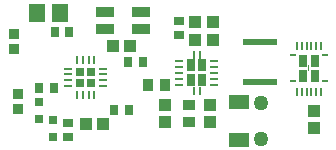
<source format=gtp>
G04 Layer_Color=7318015*
%FSLAX24Y24*%
%MOIN*%
G70*
G01*
G75*
%ADD10R,0.0394X0.0413*%
%ADD11R,0.0295X0.0335*%
%ADD12R,0.0413X0.0394*%
%ADD13C,0.0500*%
%ADD14R,0.0670X0.0450*%
%ADD15R,0.0315X0.0315*%
%ADD19R,0.0335X0.0295*%
%ADD20R,0.0591X0.0354*%
%ADD21R,0.0532X0.0610*%
%ADD23R,0.0276X0.0335*%
%ADD24R,0.0335X0.0276*%
%ADD25R,0.0374X0.0335*%
%ADD26R,0.0110X0.0276*%
%ADD28R,0.0413X0.0374*%
%ADD29R,0.0374X0.0413*%
%ADD30R,0.1181X0.0236*%
%ADD50C,0.0079*%
%ADD52R,0.0276X0.0276*%
%ADD53R,0.0276X0.0276*%
%ADD54R,0.0268X0.0413*%
%ADD55R,0.0102X0.0197*%
%ADD56R,0.0315X0.0394*%
%ADD57R,0.0207X0.0098*%
%ADD58R,0.0207X0.0098*%
%ADD59O,0.0091X0.0315*%
%ADD60O,0.0315X0.0091*%
%ADD61R,0.0000X0.0197*%
D10*
X32850Y30505D02*
D03*
Y31095D02*
D03*
X28900Y34045D02*
D03*
X29400Y30705D02*
D03*
Y31295D02*
D03*
X27900Y30705D02*
D03*
Y31295D02*
D03*
D03*
Y30705D02*
D03*
X29500Y33455D02*
D03*
Y34045D02*
D03*
D03*
Y33455D02*
D03*
D11*
X24214Y33700D02*
D03*
X24686D02*
D03*
D12*
X26745Y33250D02*
D03*
X26155Y33250D02*
D03*
D03*
X26745Y33250D02*
D03*
X25845Y30650D02*
D03*
X25255D02*
D03*
D03*
X25845D02*
D03*
X28900Y33455D02*
D03*
D13*
X31100Y30150D02*
D03*
Y31350D02*
D03*
D14*
X30350Y30130D02*
D03*
Y31370D02*
D03*
D15*
X24150Y30795D02*
D03*
Y30205D02*
D03*
X23700Y30805D02*
D03*
Y31395D02*
D03*
D19*
X28350Y34086D02*
D03*
Y33614D02*
D03*
D20*
X27110Y34395D02*
D03*
Y33805D02*
D03*
X25890Y34395D02*
D03*
Y33805D02*
D03*
D21*
X23616Y34350D02*
D03*
X24384D02*
D03*
D23*
X26658Y32700D02*
D03*
X27150D02*
D03*
X23704Y31850D02*
D03*
X24196D02*
D03*
X26204Y31100D02*
D03*
X26696D02*
D03*
D24*
X24650Y30204D02*
D03*
Y30696D02*
D03*
D25*
X23000Y31656D02*
D03*
Y31144D02*
D03*
X22850Y33144D02*
D03*
Y33656D02*
D03*
D26*
X28850Y32960D02*
D03*
X29050D02*
D03*
X28850Y31740D02*
D03*
X29050D02*
D03*
D28*
X28700Y31285D02*
D03*
Y30715D02*
D03*
D29*
X27885Y31950D02*
D03*
X27315D02*
D03*
D30*
X31050Y32031D02*
D03*
X31050Y33369D02*
D03*
D50*
X32306Y31604D02*
Y31841D01*
X32464Y31604D02*
Y31841D01*
X32621Y31604D02*
Y31841D01*
X32779Y31604D02*
Y31841D01*
X32936Y31604D02*
Y31841D01*
X33094Y31604D02*
Y31841D01*
X32306Y33159D02*
Y33396D01*
X32464Y33159D02*
Y33396D01*
X32621Y33159D02*
Y33396D01*
X32779Y33159D02*
Y33396D01*
X32936Y33159D02*
Y33396D01*
X33094Y33159D02*
Y33396D01*
D52*
X25427Y32377D02*
D03*
X25073Y32023D02*
D03*
D53*
X25073Y32377D02*
D03*
X25427Y32023D02*
D03*
D54*
X29127Y32600D02*
D03*
X28773D02*
D03*
Y32100D02*
D03*
X29127D02*
D03*
D55*
X29048Y32992D02*
D03*
X28852D02*
D03*
Y31708D02*
D03*
X29048D02*
D03*
D56*
X32503Y32264D02*
D03*
Y32736D02*
D03*
X32897D02*
D03*
Y32264D02*
D03*
D57*
X32164Y32067D02*
D03*
X33236D02*
D03*
D58*
X33236Y32933D02*
D03*
X32164D02*
D03*
D59*
X25545Y32781D02*
D03*
X25348D02*
D03*
X25152D02*
D03*
X24955D02*
D03*
Y31619D02*
D03*
X25152D02*
D03*
X25348D02*
D03*
X25545D02*
D03*
D60*
X24669Y32495D02*
D03*
Y32298D02*
D03*
Y32102D02*
D03*
Y31905D02*
D03*
X25831D02*
D03*
Y32102D02*
D03*
Y32298D02*
D03*
Y32495D02*
D03*
X28369Y31956D02*
D03*
Y32153D02*
D03*
Y32350D02*
D03*
Y32547D02*
D03*
Y32744D02*
D03*
X29531D02*
D03*
Y32547D02*
D03*
Y32350D02*
D03*
Y32153D02*
D03*
Y31956D02*
D03*
D61*
X32700Y32500D02*
D03*
M02*

</source>
